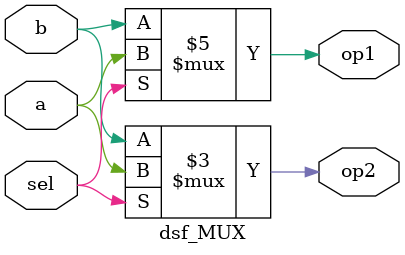
<source format=v>
module dsf_MUX(
  input a,
  input b,
  input sel,
  output reg op1,
  output op2
);

always @(a or b or sel)
  if(sel == 1)
    op1 = a;
  else
    op1 = b;
    
assign op2 = sel ? a:b;
endmodule

</source>
